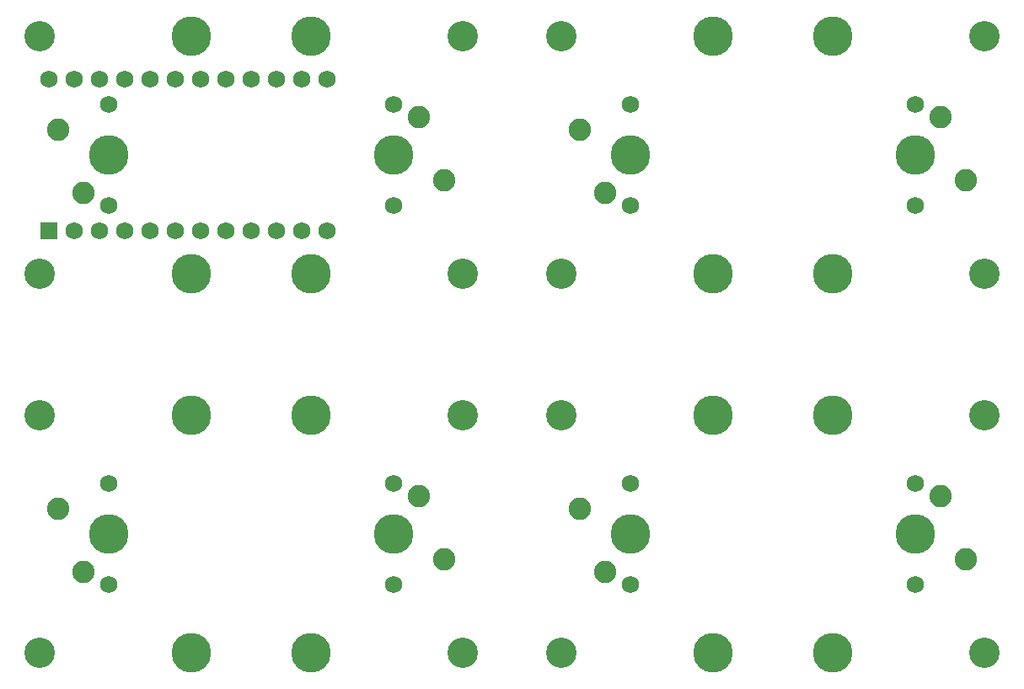
<source format=gbs>
%TF.GenerationSoftware,KiCad,Pcbnew,(5.1.9)-1*%
%TF.CreationDate,2021-04-18T19:10:53+08:00*%
%TF.ProjectId,ISOISOISO,49534f49-534f-4495-934f-2e6b69636164,rev?*%
%TF.SameCoordinates,Original*%
%TF.FileFunction,Soldermask,Bot*%
%TF.FilePolarity,Negative*%
%FSLAX46Y46*%
G04 Gerber Fmt 4.6, Leading zero omitted, Abs format (unit mm)*
G04 Created by KiCad (PCBNEW (5.1.9)-1) date 2021-04-18 19:10:53*
%MOMM*%
%LPD*%
G01*
G04 APERTURE LIST*
%ADD10C,1.752600*%
%ADD11R,1.752600X1.752600*%
%ADD12C,3.987800*%
%ADD13C,3.048000*%
%ADD14C,1.750000*%
%ADD15C,2.250000*%
G04 APERTURE END LIST*
D10*
%TO.C,U1*%
X32067500Y-33655000D03*
X60007500Y-48895000D03*
X34607500Y-33655000D03*
X37147500Y-33655000D03*
X39687500Y-33655000D03*
X42227500Y-33655000D03*
X44767500Y-33655000D03*
X47307500Y-33655000D03*
X49847500Y-33655000D03*
X52387500Y-33655000D03*
X54927500Y-33655000D03*
X57467500Y-33655000D03*
X60007500Y-33655000D03*
X57467500Y-48895000D03*
X54927500Y-48895000D03*
X52387500Y-48895000D03*
X49847500Y-48895000D03*
X47307500Y-48895000D03*
X44767500Y-48895000D03*
X42227500Y-48895000D03*
X39687500Y-48895000D03*
X37147500Y-48895000D03*
X34607500Y-48895000D03*
D11*
X32067500Y-48895000D03*
%TD*%
D12*
%TO.C,MX8*%
X110807500Y-67437000D03*
X110807500Y-91313000D03*
D13*
X126047500Y-67437000D03*
X126047500Y-91313000D03*
D14*
X119062500Y-84455000D03*
X119062500Y-74295000D03*
D15*
X121602500Y-75565000D03*
D12*
X119062500Y-79375000D03*
D15*
X124142500Y-81915000D03*
%TD*%
D12*
%TO.C,MX7*%
X110807500Y-29337000D03*
X110807500Y-53213000D03*
D13*
X126047500Y-29337000D03*
X126047500Y-53213000D03*
D14*
X119062500Y-46355000D03*
X119062500Y-36195000D03*
D15*
X121602500Y-37465000D03*
D12*
X119062500Y-41275000D03*
D15*
X124142500Y-43815000D03*
%TD*%
D12*
%TO.C,MX6*%
X98742500Y-91313000D03*
X98742500Y-67437000D03*
D13*
X83502500Y-91313000D03*
X83502500Y-67437000D03*
D14*
X90487500Y-74295000D03*
X90487500Y-84455000D03*
D15*
X87947500Y-83185000D03*
D12*
X90487500Y-79375000D03*
D15*
X85407500Y-76835000D03*
%TD*%
D12*
%TO.C,MX5*%
X98742500Y-53213000D03*
X98742500Y-29337000D03*
D13*
X83502500Y-53213000D03*
X83502500Y-29337000D03*
D14*
X90487500Y-36195000D03*
X90487500Y-46355000D03*
D15*
X87947500Y-45085000D03*
D12*
X90487500Y-41275000D03*
D15*
X85407500Y-38735000D03*
%TD*%
D12*
%TO.C,MX4*%
X58420000Y-67437000D03*
X58420000Y-91313000D03*
D13*
X73660000Y-67437000D03*
X73660000Y-91313000D03*
D14*
X66675000Y-84455000D03*
X66675000Y-74295000D03*
D15*
X69215000Y-75565000D03*
D12*
X66675000Y-79375000D03*
D15*
X71755000Y-81915000D03*
%TD*%
D12*
%TO.C,MX3*%
X58420000Y-29337000D03*
X58420000Y-53213000D03*
D13*
X73660000Y-29337000D03*
X73660000Y-53213000D03*
D14*
X66675000Y-46355000D03*
X66675000Y-36195000D03*
D15*
X69215000Y-37465000D03*
D12*
X66675000Y-41275000D03*
D15*
X71755000Y-43815000D03*
%TD*%
D12*
%TO.C,MX2*%
X46355000Y-91313000D03*
X46355000Y-67437000D03*
D13*
X31115000Y-91313000D03*
X31115000Y-67437000D03*
D14*
X38100000Y-74295000D03*
X38100000Y-84455000D03*
D15*
X35560000Y-83185000D03*
D12*
X38100000Y-79375000D03*
D15*
X33020000Y-76835000D03*
%TD*%
D12*
%TO.C,MX1*%
X46355000Y-53213000D03*
X46355000Y-29337000D03*
D13*
X31115000Y-53213000D03*
X31115000Y-29337000D03*
D14*
X38100000Y-36195000D03*
X38100000Y-46355000D03*
D15*
X35560000Y-45085000D03*
D12*
X38100000Y-41275000D03*
D15*
X33020000Y-38735000D03*
%TD*%
M02*

</source>
